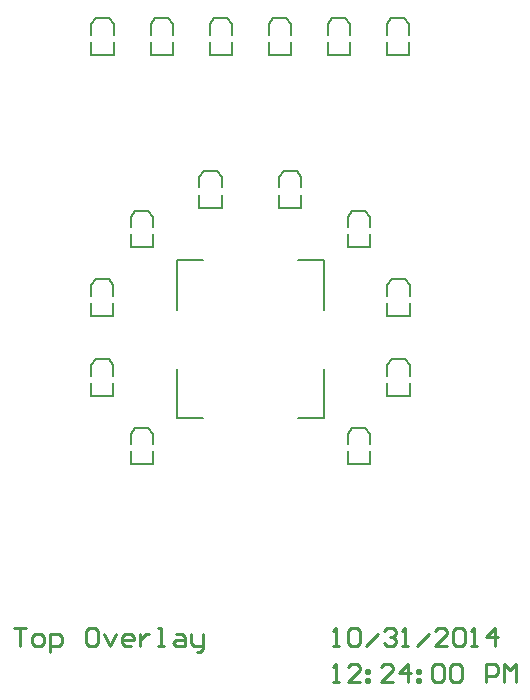
<source format=gto>
%FSLAX25Y25*%
%MOIN*%
G70*
G01*
G75*
G04 Layer_Color=65535*
%ADD10C,0.07874*%
%ADD11R,0.01575X0.02756*%
%ADD12C,0.03937*%
%ADD13C,0.00591*%
%ADD14C,0.01000*%
%ADD15C,0.07087*%
%ADD16R,0.05906X0.05906*%
%ADD17C,0.05906*%
%ADD18R,0.05906X0.05906*%
%ADD19C,0.02441*%
%ADD20C,0.01969*%
%ADD21C,0.04000*%
%ADD22C,0.06299*%
%ADD23O,0.09449X0.12598*%
%ADD24C,0.04762*%
%ADD25C,0.11024*%
%ADD26C,0.03563*%
%ADD27R,0.03543X0.02756*%
%ADD28R,0.04331X0.03937*%
%ADD29R,0.02756X0.03543*%
%ADD30R,0.05906X0.02362*%
%ADD31R,0.07087X0.03150*%
%ADD32R,0.05906X0.05118*%
%ADD33O,0.06496X0.02165*%
%ADD34O,0.02165X0.06496*%
%ADD35R,0.06102X0.13583*%
%ADD36R,0.06102X0.04331*%
%ADD37R,0.06102X0.04331*%
%ADD38C,0.01575*%
%ADD39C,0.03937*%
%ADD40C,0.00787*%
D14*
X-78740Y-96364D02*
X-74741D01*
X-76741D01*
Y-102362D01*
X-71742D02*
X-69743D01*
X-68743Y-101363D01*
Y-99363D01*
X-69743Y-98364D01*
X-71742D01*
X-72742Y-99363D01*
Y-101363D01*
X-71742Y-102362D01*
X-66744Y-104362D02*
Y-98364D01*
X-63745D01*
X-62745Y-99363D01*
Y-101363D01*
X-63745Y-102362D01*
X-66744D01*
X-51749Y-96364D02*
X-53748D01*
X-54748Y-97364D01*
Y-101363D01*
X-53748Y-102362D01*
X-51749D01*
X-50749Y-101363D01*
Y-97364D01*
X-51749Y-96364D01*
X-48750Y-98364D02*
X-46751Y-102362D01*
X-44751Y-98364D01*
X-39753Y-102362D02*
X-41752D01*
X-42752Y-101363D01*
Y-99363D01*
X-41752Y-98364D01*
X-39753D01*
X-38753Y-99363D01*
Y-100363D01*
X-42752D01*
X-36754Y-98364D02*
Y-102362D01*
Y-100363D01*
X-35754Y-99363D01*
X-34754Y-98364D01*
X-33755D01*
X-30756Y-102362D02*
X-28756D01*
X-29756D01*
Y-96364D01*
X-30756D01*
X-24758Y-98364D02*
X-22758D01*
X-21759Y-99363D01*
Y-102362D01*
X-24758D01*
X-25757Y-101363D01*
X-24758Y-100363D01*
X-21759D01*
X-19759Y-98364D02*
Y-101363D01*
X-18760Y-102362D01*
X-15761D01*
Y-103362D01*
X-16760Y-104362D01*
X-17760D01*
X-15761Y-102362D02*
Y-98364D01*
X27559Y-102362D02*
X29558D01*
X28559D01*
Y-96364D01*
X27559Y-97364D01*
X32557D02*
X33557Y-96364D01*
X35557D01*
X36556Y-97364D01*
Y-101363D01*
X35557Y-102362D01*
X33557D01*
X32557Y-101363D01*
Y-97364D01*
X38555Y-102362D02*
X42554Y-98364D01*
X44554Y-97364D02*
X45553Y-96364D01*
X47553D01*
X48552Y-97364D01*
Y-98364D01*
X47553Y-99363D01*
X46553D01*
X47553D01*
X48552Y-100363D01*
Y-101363D01*
X47553Y-102362D01*
X45553D01*
X44554Y-101363D01*
X50552Y-102362D02*
X52551D01*
X51551D01*
Y-96364D01*
X50552Y-97364D01*
X55550Y-102362D02*
X59549Y-98364D01*
X65547Y-102362D02*
X61548D01*
X65547Y-98364D01*
Y-97364D01*
X64547Y-96364D01*
X62548D01*
X61548Y-97364D01*
X67546D02*
X68546Y-96364D01*
X70545D01*
X71545Y-97364D01*
Y-101363D01*
X70545Y-102362D01*
X68546D01*
X67546Y-101363D01*
Y-97364D01*
X73544Y-102362D02*
X75543D01*
X74544D01*
Y-96364D01*
X73544Y-97364D01*
X81542Y-102362D02*
Y-96364D01*
X78543Y-99363D01*
X82541D01*
X27559Y-114173D02*
X29558D01*
X28559D01*
Y-108175D01*
X27559Y-109175D01*
X36556Y-114173D02*
X32557D01*
X36556Y-110175D01*
Y-109175D01*
X35557Y-108175D01*
X33557D01*
X32557Y-109175D01*
X38555Y-110175D02*
X39555D01*
Y-111174D01*
X38555D01*
Y-110175D01*
Y-113174D02*
X39555D01*
Y-114173D01*
X38555D01*
Y-113174D01*
X47553Y-114173D02*
X43554D01*
X47553Y-110175D01*
Y-109175D01*
X46553Y-108175D01*
X44554D01*
X43554Y-109175D01*
X52551Y-114173D02*
Y-108175D01*
X49552Y-111174D01*
X53551D01*
X55550Y-110175D02*
X56550D01*
Y-111174D01*
X55550D01*
Y-110175D01*
Y-113174D02*
X56550D01*
Y-114173D01*
X55550D01*
Y-113174D01*
X60548Y-109175D02*
X61548Y-108175D01*
X63547D01*
X64547Y-109175D01*
Y-113174D01*
X63547Y-114173D01*
X61548D01*
X60548Y-113174D01*
Y-109175D01*
X66546D02*
X67546Y-108175D01*
X69546D01*
X70545Y-109175D01*
Y-113174D01*
X69546Y-114173D01*
X67546D01*
X66546Y-113174D01*
Y-109175D01*
X78543Y-114173D02*
Y-108175D01*
X81542D01*
X82541Y-109175D01*
Y-111174D01*
X81542Y-112174D01*
X78543D01*
X84541Y-114173D02*
Y-108175D01*
X86540Y-110175D01*
X88539Y-108175D01*
Y-114173D01*
D40*
X-24606Y-26378D02*
X-15748D01*
X-24606D02*
Y-9843D01*
Y9843D02*
Y26378D01*
X-15748D01*
X15748Y-26378D02*
X24606D01*
Y-9843D01*
Y9843D02*
Y26378D01*
X15748D02*
X24606D01*
X45472Y94882D02*
Y99213D01*
Y94882D02*
X52953D01*
X45472Y101575D02*
Y105118D01*
X47047Y107087D01*
X51378D01*
X52953Y94882D02*
Y99213D01*
Y101575D02*
Y105118D01*
X51378Y107087D02*
X52953Y105118D01*
X25787Y94882D02*
Y99213D01*
Y94882D02*
X33268D01*
X25787Y101575D02*
Y105118D01*
X27362Y107087D01*
X31693D01*
X33268Y94882D02*
Y99213D01*
Y101575D02*
Y105118D01*
X31693Y107087D02*
X33268Y105118D01*
X6102Y94882D02*
Y99213D01*
Y94882D02*
X13583D01*
X6102Y101575D02*
Y105118D01*
X7677Y107087D01*
X12008D01*
X13583Y94882D02*
Y99213D01*
Y101575D02*
Y105118D01*
X12008Y107087D02*
X13583Y105118D01*
X-13583Y94882D02*
Y99213D01*
Y94882D02*
X-6102D01*
X-13583Y101575D02*
Y105118D01*
X-12008Y107087D01*
X-7677D01*
X-6102Y94882D02*
Y99213D01*
Y101575D02*
Y105118D01*
X-7677Y107087D02*
X-6102Y105118D01*
X-33268Y94882D02*
Y99213D01*
Y94882D02*
X-25787D01*
X-33268Y101575D02*
Y105118D01*
X-31693Y107087D01*
X-27362D01*
X-25787Y94882D02*
Y99213D01*
Y101575D02*
Y105118D01*
X-27362Y107087D02*
X-25787Y105118D01*
X-52953Y94882D02*
Y99213D01*
Y94882D02*
X-45472D01*
X-52953Y101575D02*
Y105118D01*
X-51378Y107087D01*
X-47047D01*
X-45472Y94882D02*
Y99213D01*
Y101575D02*
Y105118D01*
X-47047Y107087D02*
X-45472Y105118D01*
X32450Y-41702D02*
Y-37372D01*
Y-41702D02*
X39931D01*
X32450Y-35009D02*
Y-31466D01*
X34025Y-29498D01*
X38356D01*
X39931Y-41702D02*
Y-37372D01*
Y-35009D02*
Y-31466D01*
X38356Y-29498D02*
X39931Y-31466D01*
X45697Y-18758D02*
Y-14428D01*
Y-18758D02*
X53177D01*
X45697Y-12066D02*
Y-8522D01*
X47272Y-6554D01*
X51603D01*
X53177Y-18758D02*
Y-14428D01*
Y-12066D02*
Y-8522D01*
X51603Y-6554D02*
X53177Y-8522D01*
X45697Y7735D02*
Y12066D01*
Y7735D02*
X53177D01*
X45697Y14428D02*
Y17971D01*
X47272Y19940D01*
X51603D01*
X53177Y7735D02*
Y12066D01*
Y14428D02*
Y17971D01*
X51603Y19940D02*
X53177Y17971D01*
X32450Y30679D02*
Y35009D01*
Y30679D02*
X39931D01*
X32450Y37372D02*
Y40915D01*
X34025Y42883D01*
X38356D01*
X39931Y30679D02*
Y35009D01*
Y37372D02*
Y40915D01*
X38356Y42883D02*
X39931Y40915D01*
X9506Y43925D02*
Y48256D01*
Y43925D02*
X16987D01*
X9506Y50618D02*
Y54162D01*
X11081Y56130D01*
X15412D01*
X16987Y43925D02*
Y48256D01*
Y50618D02*
Y54162D01*
X15412Y56130D02*
X16987Y54162D01*
X-16987Y43925D02*
Y48256D01*
Y43925D02*
X-9506D01*
X-16987Y50618D02*
Y54162D01*
X-15412Y56130D01*
X-11081D01*
X-9506Y43925D02*
Y48256D01*
Y50618D02*
Y54162D01*
X-11081Y56130D02*
X-9506Y54162D01*
X-39931Y30679D02*
Y35009D01*
Y30679D02*
X-32450D01*
X-39931Y37372D02*
Y40915D01*
X-38356Y42883D01*
X-34025D01*
X-32450Y30679D02*
Y35009D01*
Y37372D02*
Y40915D01*
X-34025Y42883D02*
X-32450Y40915D01*
X-53177Y7735D02*
Y12066D01*
Y7735D02*
X-45697D01*
X-53177Y14428D02*
Y17971D01*
X-51603Y19940D01*
X-47272D01*
X-45697Y7735D02*
Y12066D01*
Y14428D02*
Y17971D01*
X-47272Y19940D02*
X-45697Y17971D01*
X-53177Y-18758D02*
Y-14428D01*
Y-18758D02*
X-45697D01*
X-53177Y-12066D02*
Y-8522D01*
X-51603Y-6554D01*
X-47272D01*
X-45697Y-18758D02*
Y-14428D01*
Y-12066D02*
Y-8522D01*
X-47272Y-6554D02*
X-45697Y-8522D01*
X-39931Y-41702D02*
Y-37372D01*
Y-41702D02*
X-32450D01*
X-39931Y-35009D02*
Y-31466D01*
X-38356Y-29498D01*
X-34025D01*
X-32450Y-41702D02*
Y-37372D01*
Y-35009D02*
Y-31466D01*
X-34025Y-29498D02*
X-32450Y-31466D01*
M02*

</source>
